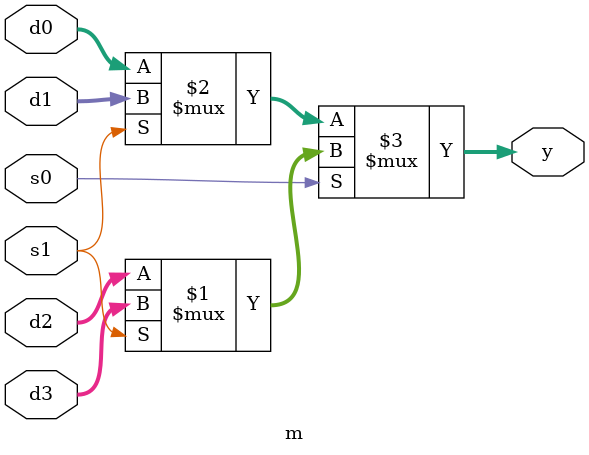
<source format=sv>

module m(input logic[3:0]d0,d1,d2,d3,
         input logic s0,s1,
         output logic[3:0]y);
  assign y = s0?(s1?d3:d2):(s1?d1:d0);
endmodule

</source>
